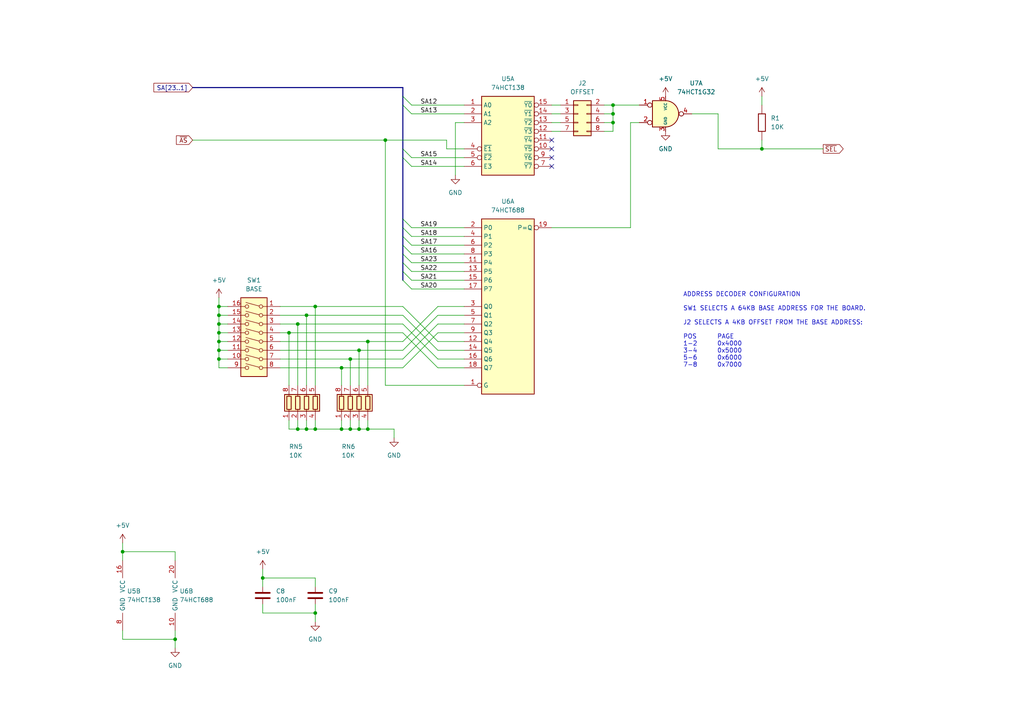
<source format=kicad_sch>
(kicad_sch (version 20230121) (generator eeschema)
  (paper "A4")
  (title_block (title "ADDRESS DECODING") (date "2024-02-20") (rev "1") (company "(C) TOM STOREY") (comment 1 "FREE FOR NON-COMMERCIAL USE"))
  (lib_symbols
    (symbol "COMET_symbols:74x138"
      (property "Reference" "U" (at 0 0 0))
      (property "Value" "74x138" (at 0 0 0))
      (symbol "74x138_1_1"
        (rectangle (start -7.62 10.16) (end 7.62 -12.7) (stroke (width 0.254)) (fill (type background)))
        (pin input line (at -12.7 7.62 0) (length 5.08) (name "A0") (number "1"))
        (pin output inverted (at 12.7 -5.08 180) (length 5.08) (name "~{Y5}") (number "10"))
        (pin output inverted (at 12.7 -2.54 180) (length 5.08) (name "~{Y4}") (number "11"))
        (pin output inverted (at 12.7 0 180) (length 5.08) (name "~{Y3}") (number "12"))
        (pin output inverted (at 12.7 2.54 180) (length 5.08) (name "~{Y2}") (number "13"))
        (pin output inverted (at 12.7 5.08 180) (length 5.08) (name "~{Y1}") (number "14"))
        (pin output inverted (at 12.7 7.62 180) (length 5.08) (name "~{Y0}") (number "15"))
        (pin input line (at -12.7 5.08 0) (length 5.08) (name "A1") (number "2"))
        (pin input line (at -12.7 2.54 0) (length 5.08) (name "A2") (number "3"))
        (pin input inverted (at -12.7 -5.08 0) (length 5.08) (name "~{E1}") (number "4"))
        (pin input inverted (at -12.7 -7.62 0) (length 5.08) (name "~{E2}") (number "5"))
        (pin input line (at -12.7 -10.16 0) (length 5.08) (name "E3") (number "6"))
        (pin output inverted (at 12.7 -10.16 180) (length 5.08) (name "~{Y7}") (number "7"))
        (pin output inverted (at 12.7 -7.62 180) (length 5.08) (name "~{Y6}") (number "9"))
      )
      (symbol "74x138_2_1"
        (pin power_in line (at 0 10.16 270) (length 5.08) (name "VCC") (number "16"))
        (pin power_in line (at 0 -10.16 90) (length 5.08) (name "GND") (number "8"))
      )
    )
    (symbol "COMET_symbols:74x1G32"
      (property "Reference" "U" (at 0 0 0))
      (property "Value" "74x1G32" (at 0 0 0))
      (symbol "74x1G32_1_1"
        (arc (start -3.5562 -3.81) (mid -2.3352 0) (end -3.5562 3.81) (stroke (width 0.254)))
        (arc (start -0.3558 -3.81) (mid 2.4393 -2.584) (end 4.0638 0) (stroke (width 0.254)) (fill (type background)))
        (polyline (pts (xy -3.5562 -3.81) (xy -0.3812 -3.81)) (stroke (width 0.254)) (fill (type background)))
        (polyline (pts (xy -3.5562 3.81) (xy -0.3812 3.81)) (stroke (width 0.254)) (fill (type background)))
        (polyline (pts (xy -0.3812 3.81) (xy -3.5562 3.81) (xy -3.5562 3.81) (xy -3.3022 3.4036) (xy -2.7688 2.2606) (xy -2.4386 1.0414) (xy -2.3624 -0.254) (xy -2.5148 -1.4986) (xy -2.9212 -2.7178) (xy -3.5562 -3.81) (xy -3.5562 -3.81) (xy -0.3812 -3.81)) (stroke (width -25.4)) (fill (type background)))
        (arc (start 4.0638 0) (mid 2.4466 2.5925) (end -0.3558 3.81) (stroke (width 0.254)) (fill (type background)))
        (pin input line (at -7.62 2.54 0) (length 4.6228) (name "~") (number "1"))
        (pin input line (at -7.62 -2.54 0) (length 4.6228) (name "~") (number "2"))
        (pin output line (at 7.62 0 180) (length 3.6068) (name "~") (number "4"))
      )
      (symbol "74x1G32_1_2"
        (arc (start 0 -3.81) (mid 3.7934 0) (end 0 3.81) (stroke (width 0.254)) (fill (type background)))
        (polyline (pts (xy 0 3.81) (xy -3.81 3.81) (xy -3.81 -3.81) (xy 0 -3.81)) (stroke (width 0.254)) (fill (type background)))
        (pin input inverted (at -7.62 2.54 0) (length 3.683) (name "~") (number "1"))
        (pin input inverted (at -7.62 -2.54 0) (length 3.683) (name "~") (number "2"))
        (pin output inverted (at 7.62 0 180) (length 3.683) (name "~") (number "4"))
      )
      (symbol "74x1G32_2_1"
        (pin power_in line (at 0 -5.08 90) (length 1.27) (name "GND") (number "3"))
        (pin power_in line (at 0 5.08 270) (length 1.27) (name "VCC") (number "5"))
      )
      (symbol "74x1G32_2_2"
        (pin power_in line (at 0 -5.08 90) (length 1.27) (name "GND") (number "3"))
        (pin power_in line (at 0 5.08 270) (length 1.27) (name "VCC") (number "5"))
      )
    )
    (symbol "COMET_symbols:74x688"
      (property "Reference" "U" (at 0 0 0))
      (property "Value" "74x688" (at 0 0 0))
      (symbol "74x688_1_0"
        (pin input inverted (at -12.7 -22.86 0) (length 5.08) (name "G") (number "1"))
        (pin input line (at -12.7 12.7 0) (length 5.08) (name "P4") (number "11"))
        (pin input line (at -12.7 -10.16 0) (length 5.08) (name "Q4") (number "12"))
        (pin input line (at -12.7 10.16 0) (length 5.08) (name "P5") (number "13"))
        (pin input line (at -12.7 -12.7 0) (length 5.08) (name "Q5") (number "14"))
        (pin input line (at -12.7 7.62 0) (length 5.08) (name "P6") (number "15"))
        (pin input line (at -12.7 -15.24 0) (length 5.08) (name "Q6") (number "16"))
        (pin input line (at -12.7 5.08 0) (length 5.08) (name "P7") (number "17"))
        (pin input line (at -12.7 -17.78 0) (length 5.08) (name "Q7") (number "18"))
        (pin output inverted (at 12.7 22.86 180) (length 5.08) (name "P=Q") (number "19"))
        (pin input line (at -12.7 22.86 0) (length 5.08) (name "P0") (number "2"))
        (pin input line (at -12.7 0 0) (length 5.08) (name "Q0") (number "3"))
        (pin input line (at -12.7 20.32 0) (length 5.08) (name "P1") (number "4"))
        (pin input line (at -12.7 -2.54 0) (length 5.08) (name "Q1") (number "5"))
        (pin input line (at -12.7 17.78 0) (length 5.08) (name "P2") (number "6"))
        (pin input line (at -12.7 -5.08 0) (length 5.08) (name "Q2") (number "7"))
        (pin input line (at -12.7 15.24 0) (length 5.08) (name "P3") (number "8"))
        (pin input line (at -12.7 -7.62 0) (length 5.08) (name "Q3") (number "9"))
      )
      (symbol "74x688_1_1"
        (rectangle (start -7.62 25.4) (end 7.62 -25.4) (stroke (width 0.254)) (fill (type background)))
      )
      (symbol "74x688_2_0"
        (pin power_in line (at 0 -10.16 90) (length 5.08) (name "GND") (number "10"))
        (pin power_in line (at 0 10.16 270) (length 5.08) (name "VCC") (number "20"))
      )
    )
    (symbol "COMET_symbols:C" (pin_numbers hide) (pin_names hide)
      (property "Reference" "C" (at 0 0 0))
      (property "Value" "C" (at 0 0 0))
      (symbol "C_0_1"
        (polyline (pts (xy -2.032 -0.762) (xy 2.032 -0.762)) (stroke (width 0.508)))
        (polyline (pts (xy -2.032 0.762) (xy 2.032 0.762)) (stroke (width 0.508)))
      )
      (symbol "C_1_1"
        (pin passive line (at 0 2.54 270) (length 1.524) (name "~") (number "1"))
        (pin passive line (at 0 -2.54 90) (length 1.524) (name "~") (number "2"))
      )
    )
    (symbol "COMET_symbols:R" (pin_numbers hide) (pin_names hide)
      (property "Reference" "R" (at 0 0 0))
      (property "Value" "R" (at 0 0 0))
      (symbol "R_0_1"
        (rectangle (start -1.016 -2.54) (end 1.016 2.54) (stroke (width 0.254)))
      )
      (symbol "R_1_1"
        (pin passive line (at 0 5.08 270) (length 2.54) (name "~") (number "1"))
        (pin passive line (at 0 -5.08 90) (length 2.54) (name "~") (number "2"))
      )
    )
    (symbol "Connector_Generic:Conn_02x04_Odd_Even" (pin_names (offset 1.016) hide)
      (property "Reference" "J" (at 1.27 5.08 0))
      (property "Value" "Conn_02x04_Odd_Even" (at 1.27 -7.62 0))
      (symbol "Conn_02x04_Odd_Even_1_1"
        (rectangle (start -1.27 -4.953) (end 0 -5.207) (stroke (width 0.1524)))
        (rectangle (start -1.27 -2.413) (end 0 -2.667) (stroke (width 0.1524)))
        (rectangle (start -1.27 0.127) (end 0 -0.127) (stroke (width 0.1524)))
        (rectangle (start -1.27 2.667) (end 0 2.413) (stroke (width 0.1524)))
        (rectangle (start -1.27 3.81) (end 3.81 -6.35) (stroke (width 0.254)) (fill (type background)))
        (rectangle (start 3.81 -4.953) (end 2.54 -5.207) (stroke (width 0.1524)))
        (rectangle (start 3.81 -2.413) (end 2.54 -2.667) (stroke (width 0.1524)))
        (rectangle (start 3.81 0.127) (end 2.54 -0.127) (stroke (width 0.1524)))
        (rectangle (start 3.81 2.667) (end 2.54 2.413) (stroke (width 0.1524)))
        (pin passive line (at -5.08 2.54 0) (length 3.81) (name "Pin_1") (number "1"))
        (pin passive line (at 7.62 2.54 180) (length 3.81) (name "Pin_2") (number "2"))
        (pin passive line (at -5.08 0 0) (length 3.81) (name "Pin_3") (number "3"))
        (pin passive line (at 7.62 0 180) (length 3.81) (name "Pin_4") (number "4"))
        (pin passive line (at -5.08 -2.54 0) (length 3.81) (name "Pin_5") (number "5"))
        (pin passive line (at 7.62 -2.54 180) (length 3.81) (name "Pin_6") (number "6"))
        (pin passive line (at -5.08 -5.08 0) (length 3.81) (name "Pin_7") (number "7"))
        (pin passive line (at 7.62 -5.08 180) (length 3.81) (name "Pin_8") (number "8"))
      )
    )
    (symbol "Device:R_Pack04" (pin_names (offset 0) hide)
      (property "Reference" "RN" (at -7.62 0 90))
      (property "Value" "R_Pack04" (at 5.08 0 90))
      (symbol "R_Pack04_0_1"
        (rectangle (start -6.35 -2.413) (end 3.81 2.413) (stroke (width 0.254)) (fill (type background)))
        (rectangle (start -5.715 1.905) (end -4.445 -1.905) (stroke (width 0.254)))
        (rectangle (start -3.175 1.905) (end -1.905 -1.905) (stroke (width 0.254)))
        (rectangle (start -0.635 1.905) (end 0.635 -1.905) (stroke (width 0.254)))
        (polyline (pts (xy -5.08 -2.54) (xy -5.08 -1.905)))
        (polyline (pts (xy -5.08 1.905) (xy -5.08 2.54)))
        (polyline (pts (xy -2.54 -2.54) (xy -2.54 -1.905)))
        (polyline (pts (xy -2.54 1.905) (xy -2.54 2.54)))
        (polyline (pts (xy 0 -2.54) (xy 0 -1.905)))
        (polyline (pts (xy 0 1.905) (xy 0 2.54)))
        (polyline (pts (xy 2.54 -2.54) (xy 2.54 -1.905)))
        (polyline (pts (xy 2.54 1.905) (xy 2.54 2.54)))
        (rectangle (start 1.905 1.905) (end 3.175 -1.905) (stroke (width 0.254)))
      )
      (symbol "R_Pack04_1_1"
        (pin passive line (at -5.08 -5.08 90) (length 2.54) (name "R1.1") (number "1"))
        (pin passive line (at -2.54 -5.08 90) (length 2.54) (name "R2.1") (number "2"))
        (pin passive line (at 0 -5.08 90) (length 2.54) (name "R3.1") (number "3"))
        (pin passive line (at 2.54 -5.08 90) (length 2.54) (name "R4.1") (number "4"))
        (pin passive line (at 2.54 5.08 270) (length 2.54) (name "R4.2") (number "5"))
        (pin passive line (at 0 5.08 270) (length 2.54) (name "R3.2") (number "6"))
        (pin passive line (at -2.54 5.08 270) (length 2.54) (name "R2.2") (number "7"))
        (pin passive line (at -5.08 5.08 270) (length 2.54) (name "R1.2") (number "8"))
      )
    )
    (symbol "Switch:SW_DIP_x08" (pin_names (offset 0) hide)
      (property "Reference" "SW" (at 0 13.97 0))
      (property "Value" "SW_DIP_x08" (at 0 -11.43 0))
      (symbol "SW_DIP_x08_0_0"
        (circle (center -2.032 -7.62) (radius 0.508))
        (circle (center -2.032 -5.08) (radius 0.508))
        (circle (center -2.032 -2.54) (radius 0.508))
        (circle (center -2.032 0) (radius 0.508))
        (circle (center -2.032 2.54) (radius 0.508))
        (circle (center -2.032 5.08) (radius 0.508))
        (circle (center -2.032 7.62) (radius 0.508))
        (circle (center -2.032 10.16) (radius 0.508))
        (polyline (pts (xy -1.524 -7.4676) (xy 2.3622 -6.4262)))
        (polyline (pts (xy -1.524 -4.9276) (xy 2.3622 -3.8862)))
        (polyline (pts (xy -1.524 -2.3876) (xy 2.3622 -1.3462)))
        (polyline (pts (xy -1.524 0.127) (xy 2.3622 1.1684)))
        (polyline (pts (xy -1.524 2.667) (xy 2.3622 3.7084)))
        (polyline (pts (xy -1.524 5.207) (xy 2.3622 6.2484)))
        (polyline (pts (xy -1.524 7.747) (xy 2.3622 8.7884)))
        (polyline (pts (xy -1.524 10.287) (xy 2.3622 11.3284)))
        (circle (center 2.032 -7.62) (radius 0.508))
        (circle (center 2.032 -5.08) (radius 0.508))
        (circle (center 2.032 -2.54) (radius 0.508))
        (circle (center 2.032 0) (radius 0.508))
        (circle (center 2.032 2.54) (radius 0.508))
        (circle (center 2.032 5.08) (radius 0.508))
        (circle (center 2.032 7.62) (radius 0.508))
        (circle (center 2.032 10.16) (radius 0.508))
      )
      (symbol "SW_DIP_x08_0_1"
        (rectangle (start -3.81 12.7) (end 3.81 -10.16) (stroke (width 0.254)) (fill (type background)))
      )
      (symbol "SW_DIP_x08_1_1"
        (pin passive line (at -7.62 10.16 0) (length 5.08) (name "~") (number "1"))
        (pin passive line (at 7.62 -5.08 180) (length 5.08) (name "~") (number "10"))
        (pin passive line (at 7.62 -2.54 180) (length 5.08) (name "~") (number "11"))
        (pin passive line (at 7.62 0 180) (length 5.08) (name "~") (number "12"))
        (pin passive line (at 7.62 2.54 180) (length 5.08) (name "~") (number "13"))
        (pin passive line (at 7.62 5.08 180) (length 5.08) (name "~") (number "14"))
        (pin passive line (at 7.62 7.62 180) (length 5.08) (name "~") (number "15"))
        (pin passive line (at 7.62 10.16 180) (length 5.08) (name "~") (number "16"))
        (pin passive line (at -7.62 7.62 0) (length 5.08) (name "~") (number "2"))
        (pin passive line (at -7.62 5.08 0) (length 5.08) (name "~") (number "3"))
        (pin passive line (at -7.62 2.54 0) (length 5.08) (name "~") (number "4"))
        (pin passive line (at -7.62 0 0) (length 5.08) (name "~") (number "5"))
        (pin passive line (at -7.62 -2.54 0) (length 5.08) (name "~") (number "6"))
        (pin passive line (at -7.62 -5.08 0) (length 5.08) (name "~") (number "7"))
        (pin passive line (at -7.62 -7.62 0) (length 5.08) (name "~") (number "8"))
        (pin passive line (at 7.62 -7.62 180) (length 5.08) (name "~") (number "9"))
      )
    )
    (symbol "power:+5V" (power) (pin_names (offset 0))
      (property "Value" "+5V" (at 0 3.556 0))
      (symbol "+5V_0_1"
        (polyline (pts (xy -0.762 1.27) (xy 0 2.54)))
        (polyline (pts (xy 0 0) (xy 0 2.54)))
        (polyline (pts (xy 0 2.54) (xy 0.762 1.27)))
      )
      (symbol "+5V_1_1"
        (pin power_in line (at 0 0 90) (length 0) hide (name "+5V") (number "1"))
      )
    )
    (symbol "power:GND" (power) (pin_names (offset 0))
      (property "Value" "GND" (at 0 -3.81 0))
      (symbol "GND_0_1"
        (polyline (pts (xy 0 0) (xy 0 -1.27) (xy 1.27 -1.27) (xy 0 -2.54) (xy -1.27 -1.27) (xy 0 -1.27)))
      )
      (symbol "GND_1_1"
        (pin power_in line (at 0 0 270) (length 0) hide (name "GND") (number "1"))
      )
    )
  )
  (junction (at 220.98 43.18))
  (junction (at 63.5 91.44))
  (junction (at 35.56 160.02))
  (junction (at 86.36 124.46))
  (junction (at 63.5 99.06))
  (junction (at 88.9 124.46))
  (junction (at 177.8 35.56))
  (junction (at 111.76 40.64))
  (junction (at 104.14 101.6))
  (junction (at 177.8 33.02))
  (junction (at 99.06 124.46))
  (junction (at 88.9 91.44))
  (junction (at 101.6 104.14))
  (junction (at 63.5 93.98))
  (junction (at 63.5 101.6))
  (junction (at 106.68 99.06))
  (junction (at 86.36 93.98))
  (junction (at 104.14 124.46))
  (junction (at 91.44 177.8))
  (junction (at 99.06 106.68))
  (junction (at 63.5 104.14))
  (junction (at 91.44 88.9))
  (junction (at 50.8 185.42))
  (junction (at 63.5 88.9))
  (junction (at 83.82 96.52))
  (junction (at 63.5 96.52))
  (junction (at 91.44 124.46))
  (junction (at 177.8 30.48))
  (junction (at 106.68 124.46))
  (junction (at 76.2 167.64))
  (junction (at 101.6 124.46))
  (no_connect (at 160.02 48.26))
  (no_connect (at 160.02 45.72))
  (no_connect (at 160.02 43.18))
  (no_connect (at 160.02 40.64))
  (bus_entry (at 116.84 71.12) (size 2.54 2.54))
  (bus_entry (at 116.84 27.94) (size 2.54 2.54))
  (bus_entry (at 116.84 76.2) (size 2.54 2.54))
  (bus_entry (at 116.84 43.18) (size 2.54 2.54))
  (bus_entry (at 116.84 66.04) (size 2.54 2.54))
  (bus_entry (at 116.84 45.72) (size 2.54 2.54))
  (bus_entry (at 116.84 68.58) (size 2.54 2.54))
  (bus_entry (at 116.84 30.48) (size 2.54 2.54))
  (bus_entry (at 116.84 63.5) (size 2.54 2.54))
  (bus_entry (at 116.84 81.28) (size 2.54 2.54))
  (bus_entry (at 116.84 78.74) (size 2.54 2.54))
  (bus_entry (at 116.84 73.66) (size 2.54 2.54))
  (wire (pts (xy 119.38 78.74) (xy 134.62 78.74)))
  (wire (pts (xy 162.56 38.1) (xy 160.02 38.1)))
  (wire (pts (xy 91.44 175.26) (xy 91.44 177.8)))
  (wire (pts (xy 88.9 91.44) (xy 88.9 111.76)))
  (wire (pts (xy 88.9 91.44) (xy 116.84 91.44)))
  (wire (pts (xy 63.5 88.9) (xy 63.5 86.36)))
  (wire (pts (xy 119.38 66.04) (xy 134.62 66.04)))
  (wire (pts (xy 220.98 27.94) (xy 220.98 30.48)))
  (wire (pts (xy 208.28 33.02) (xy 208.28 43.18)))
  (wire (pts (xy 177.8 35.56) (xy 177.8 33.02)))
  (bus (pts (xy 116.84 25.4) (xy 116.84 27.94)))
  (wire (pts (xy 63.5 104.14) (xy 63.5 101.6)))
  (wire (pts (xy 101.6 124.46) (xy 104.14 124.46)))
  (wire (pts (xy 116.84 91.44) (xy 127 101.6)))
  (wire (pts (xy 104.14 101.6) (xy 116.84 101.6)))
  (wire (pts (xy 66.04 88.9) (xy 63.5 88.9)))
  (wire (pts (xy 111.76 40.64) (xy 111.76 111.76)))
  (wire (pts (xy 104.14 124.46) (xy 106.68 124.46)))
  (wire (pts (xy 81.28 101.6) (xy 104.14 101.6)))
  (wire (pts (xy 50.8 182.88) (xy 50.8 185.42)))
  (wire (pts (xy 119.38 30.48) (xy 134.62 30.48)))
  (wire (pts (xy 175.26 35.56) (xy 177.8 35.56)))
  (bus (pts (xy 116.84 66.04) (xy 116.84 63.5)))
  (wire (pts (xy 127 101.6) (xy 134.62 101.6)))
  (wire (pts (xy 129.54 40.64) (xy 111.76 40.64)))
  (wire (pts (xy 66.04 96.52) (xy 63.5 96.52)))
  (wire (pts (xy 119.38 71.12) (xy 134.62 71.12)))
  (wire (pts (xy 106.68 99.06) (xy 116.84 99.06)))
  (wire (pts (xy 86.36 124.46) (xy 88.9 124.46)))
  (wire (pts (xy 91.44 167.64) (xy 91.44 170.18)))
  (wire (pts (xy 127 93.98) (xy 134.62 93.98)))
  (wire (pts (xy 220.98 40.64) (xy 220.98 43.18)))
  (wire (pts (xy 116.84 106.68) (xy 127 96.52)))
  (wire (pts (xy 162.56 30.48) (xy 160.02 30.48)))
  (wire (pts (xy 106.68 124.46) (xy 114.3 124.46)))
  (wire (pts (xy 104.14 101.6) (xy 104.14 111.76)))
  (wire (pts (xy 83.82 96.52) (xy 116.84 96.52)))
  (wire (pts (xy 116.84 93.98) (xy 127 104.14)))
  (wire (pts (xy 88.9 121.92) (xy 88.9 124.46)))
  (wire (pts (xy 76.2 177.8) (xy 91.44 177.8)))
  (bus (pts (xy 116.84 30.48) (xy 116.84 43.18)))
  (wire (pts (xy 99.06 106.68) (xy 99.06 111.76)))
  (wire (pts (xy 175.26 33.02) (xy 177.8 33.02)))
  (wire (pts (xy 50.8 185.42) (xy 50.8 187.96)))
  (wire (pts (xy 134.62 43.18) (xy 129.54 43.18)))
  (wire (pts (xy 129.54 43.18) (xy 129.54 40.64)))
  (wire (pts (xy 106.68 99.06) (xy 106.68 111.76)))
  (wire (pts (xy 81.28 96.52) (xy 83.82 96.52)))
  (wire (pts (xy 81.28 93.98) (xy 86.36 93.98)))
  (wire (pts (xy 91.44 121.92) (xy 91.44 124.46)))
  (wire (pts (xy 35.56 160.02) (xy 35.56 162.56)))
  (wire (pts (xy 66.04 101.6) (xy 63.5 101.6)))
  (wire (pts (xy 86.36 93.98) (xy 86.36 111.76)))
  (wire (pts (xy 50.8 160.02) (xy 50.8 162.56)))
  (wire (pts (xy 35.56 182.88) (xy 35.56 185.42)))
  (wire (pts (xy 119.38 76.2) (xy 134.62 76.2)))
  (wire (pts (xy 175.26 38.1) (xy 177.8 38.1)))
  (wire (pts (xy 86.36 93.98) (xy 116.84 93.98)))
  (wire (pts (xy 63.5 101.6) (xy 63.5 99.06)))
  (wire (pts (xy 63.5 106.68) (xy 63.5 104.14)))
  (wire (pts (xy 35.56 160.02) (xy 50.8 160.02)))
  (wire (pts (xy 119.38 83.82) (xy 134.62 83.82)))
  (wire (pts (xy 177.8 33.02) (xy 177.8 30.48)))
  (wire (pts (xy 132.08 35.56) (xy 134.62 35.56)))
  (wire (pts (xy 182.88 66.04) (xy 182.88 35.56)))
  (wire (pts (xy 127 88.9) (xy 134.62 88.9)))
  (wire (pts (xy 104.14 121.92) (xy 104.14 124.46)))
  (wire (pts (xy 66.04 93.98) (xy 63.5 93.98)))
  (wire (pts (xy 127 99.06) (xy 134.62 99.06)))
  (wire (pts (xy 91.44 177.8) (xy 91.44 180.34)))
  (wire (pts (xy 119.38 48.26) (xy 134.62 48.26)))
  (wire (pts (xy 81.28 104.14) (xy 101.6 104.14)))
  (wire (pts (xy 116.84 101.6) (xy 127 91.44)))
  (wire (pts (xy 119.38 45.72) (xy 134.62 45.72)))
  (wire (pts (xy 91.44 88.9) (xy 91.44 111.76)))
  (wire (pts (xy 81.28 88.9) (xy 91.44 88.9)))
  (wire (pts (xy 119.38 73.66) (xy 134.62 73.66)))
  (wire (pts (xy 177.8 35.56) (xy 177.8 38.1)))
  (bus (pts (xy 55.88 25.4) (xy 116.84 25.4)))
  (wire (pts (xy 160.02 66.04) (xy 182.88 66.04)))
  (bus (pts (xy 116.84 81.28) (xy 116.84 78.74)))
  (wire (pts (xy 88.9 124.46) (xy 91.44 124.46)))
  (wire (pts (xy 63.5 99.06) (xy 63.5 96.52)))
  (wire (pts (xy 63.5 91.44) (xy 63.5 88.9)))
  (wire (pts (xy 175.26 30.48) (xy 177.8 30.48)))
  (wire (pts (xy 116.84 96.52) (xy 127 106.68)))
  (wire (pts (xy 76.2 165.1) (xy 76.2 167.64)))
  (wire (pts (xy 86.36 121.92) (xy 86.36 124.46)))
  (wire (pts (xy 91.44 124.46) (xy 99.06 124.46)))
  (wire (pts (xy 106.68 121.92) (xy 106.68 124.46)))
  (wire (pts (xy 76.2 167.64) (xy 91.44 167.64)))
  (wire (pts (xy 182.88 35.56) (xy 185.42 35.56)))
  (wire (pts (xy 220.98 43.18) (xy 238.76 43.18)))
  (wire (pts (xy 35.56 185.42) (xy 50.8 185.42)))
  (wire (pts (xy 111.76 111.76) (xy 134.62 111.76)))
  (wire (pts (xy 81.28 99.06) (xy 106.68 99.06)))
  (bus (pts (xy 116.84 73.66) (xy 116.84 71.12)))
  (bus (pts (xy 116.84 30.48) (xy 116.84 27.94)))
  (wire (pts (xy 101.6 121.92) (xy 101.6 124.46)))
  (wire (pts (xy 132.08 50.8) (xy 132.08 35.56)))
  (bus (pts (xy 116.84 78.74) (xy 116.84 76.2)))
  (wire (pts (xy 63.5 96.52) (xy 63.5 93.98)))
  (bus (pts (xy 116.84 71.12) (xy 116.84 68.58)))
  (wire (pts (xy 81.28 91.44) (xy 88.9 91.44)))
  (wire (pts (xy 119.38 68.58) (xy 134.62 68.58)))
  (wire (pts (xy 200.66 33.02) (xy 208.28 33.02)))
  (wire (pts (xy 127 96.52) (xy 134.62 96.52)))
  (wire (pts (xy 177.8 30.48) (xy 185.42 30.48)))
  (wire (pts (xy 99.06 106.68) (xy 116.84 106.68)))
  (wire (pts (xy 116.84 104.14) (xy 127 93.98)))
  (bus (pts (xy 116.84 68.58) (xy 116.84 66.04)))
  (wire (pts (xy 35.56 157.48) (xy 35.56 160.02)))
  (wire (pts (xy 119.38 33.02) (xy 134.62 33.02)))
  (wire (pts (xy 162.56 33.02) (xy 160.02 33.02)))
  (wire (pts (xy 66.04 106.68) (xy 63.5 106.68)))
  (wire (pts (xy 91.44 88.9) (xy 116.84 88.9)))
  (wire (pts (xy 83.82 124.46) (xy 86.36 124.46)))
  (wire (pts (xy 162.56 35.56) (xy 160.02 35.56)))
  (wire (pts (xy 81.28 106.68) (xy 99.06 106.68)))
  (bus (pts (xy 116.84 45.72) (xy 116.84 63.5)))
  (wire (pts (xy 99.06 121.92) (xy 99.06 124.46)))
  (wire (pts (xy 101.6 104.14) (xy 116.84 104.14)))
  (wire (pts (xy 66.04 104.14) (xy 63.5 104.14)))
  (wire (pts (xy 99.06 124.46) (xy 101.6 124.46)))
  (wire (pts (xy 55.88 40.64) (xy 111.76 40.64)))
  (wire (pts (xy 66.04 99.06) (xy 63.5 99.06)))
  (wire (pts (xy 127 106.68) (xy 134.62 106.68)))
  (wire (pts (xy 208.28 43.18) (xy 220.98 43.18)))
  (wire (pts (xy 76.2 167.64) (xy 76.2 170.18)))
  (wire (pts (xy 119.38 81.28) (xy 134.62 81.28)))
  (wire (pts (xy 116.84 88.9) (xy 127 99.06)))
  (wire (pts (xy 83.82 96.52) (xy 83.82 111.76)))
  (wire (pts (xy 127 91.44) (xy 134.62 91.44)))
  (bus (pts (xy 116.84 76.2) (xy 116.84 73.66)))
  (wire (pts (xy 127 104.14) (xy 134.62 104.14)))
  (wire (pts (xy 66.04 91.44) (xy 63.5 91.44)))
  (bus (pts (xy 116.84 43.18) (xy 116.84 45.72)))
  (wire (pts (xy 83.82 121.92) (xy 83.82 124.46)))
  (wire (pts (xy 116.84 99.06) (xy 127 88.9)))
  (wire (pts (xy 101.6 104.14) (xy 101.6 111.76)))
  (wire (pts (xy 63.5 93.98) (xy 63.5 91.44)))
  (wire (pts (xy 114.3 124.46) (xy 114.3 127)))
  (wire (pts (xy 76.2 175.26) (xy 76.2 177.8)))
  (text "ADDRESS DECODER CONFIGURATION\n\nSW1 SELECTS A 64KB BASE ADDRESS FOR THE BOARD.\n\nJ2 SELECTS A 4KB OFFSET FROM THE BASE ADDRESS:\n\nPOS		PAGE\n1-2		0x4000\n3-4		0x5000\n5-6		0x6000\n7-8		0x7000" (at 198.12 106.68 0) (effects (font (size 1.27 1.27)) (justify left bottom)))
  (label "SA21" (at 121.92 81.28 0))
  (label "SA13" (at 121.92 33.02 0))
  (label "SA20" (at 121.92 83.82 0))
  (label "SA14" (at 121.92 48.26 0))
  (label "SA18" (at 121.92 68.58 0))
  (label "SA15" (at 121.92 45.72 0))
  (label "SA16" (at 121.92 73.66 0))
  (label "SA23" (at 121.92 76.2 0))
  (label "SA17" (at 121.92 71.12 0))
  (label "SA12" (at 121.92 30.48 0))
  (label "SA19" (at 121.92 66.04 0))
  (label "SA22" (at 121.92 78.74 0))
  (global_label "SA[23..1]" (shape input) (at 55.88 25.4 180) (property "Intersheetrefs" "${INTERSHEET_REFS}" (effects hide)))
  (global_label "~{SEL}" (shape output) (at 238.76 43.18 0) (property "Intersheetrefs" "${INTERSHEET_REFS}" (effects hide)))
  (global_label "~{AS}" (shape input) (at 55.88 40.64 180) (property "Intersheetrefs" "${INTERSHEET_REFS}" (effects hide)))
  (symbol (lib_id "power:+5V") (at 76.2 165.1 0) (unit 1)
    (property "Reference" "#PWR019" (effects hide))
    (property "Value" "+5V" (at 76.2 160.02 0))
    (instances (project "Printer_Interface" (path "" (reference "#PWR019") (unit 1))) (project "CF_Interface_v2" (path "" (reference "#PWR017") (unit 1))))
  )
  (symbol (lib_id "COMET_symbols:C") (at 76.2 172.72 0) (unit 1)
    (property "Reference" "C8" (at 80.01 171.4499 0) (effects (justify left)))
    (property "Value" "100nF" (at 80.01 173.9899 0) (effects (justify left)))
    (property "Footprint" "COMET_footprints:C_SMD0805" (effects hide))
  )
  (symbol (lib_id "COMET_symbols:74x1G32") (at 193.04 33.02 0) (unit 2)
    (property "Reference" "U7" (effects hide))
    (property "Value" "74HCT1G32" (effects hide))
    (property "Footprint" "COMET_footprints:Package_SOT23-5" (effects hide))
    (instances (project "Printer_Interface" (path "" (reference "U7") (unit 2))) (project "CF_Interface_v2" (path "" (reference "U6") (unit 2))))
  )
  (symbol (lib_id "power:GND") (at 114.3 127 0) (unit 1)
    (property "Reference" "#PWR021" (effects hide))
    (property "Value" "GND" (at 114.3 132.08 0))
  )
  (symbol (lib_id "Device:R_Pack04") (at 88.9 116.84 0) (unit 1)
    (property "Reference" "RN5" (at 83.82 129.54 0) (effects (justify left)))
    (property "Value" "10K" (at 83.82 132.08 0) (effects (justify left)))
    (property "Footprint" "Resistor_SMD:R_Cat16-4" (effects hide))
    (instances (project "Printer_Interface" (path "" (reference "RN5") (unit 1))) (project "CF_Interface_v2" (path "" (reference "RN1") (unit 1))))
  )
  (symbol (lib_id "COMET_symbols:74x688") (at 147.32 88.9 0) (unit 1)
    (property "Reference" "U6" (at 147.32 58.42 0))
    (property "Value" "74HCT688" (at 147.32 60.96 0))
    (property "Footprint" "COMET_footprints:Package_SO20W" (effects hide))
    (instances (project "Printer_Interface" (path "" (reference "U6") (unit 1))) (project "CF_Interface_v2" (path "" (reference "U5") (unit 1))))
  )
  (symbol (lib_id "power:GND") (at 50.8 187.96 0) (unit 1)
    (property "Reference" "#PWR017" (effects hide))
    (property "Value" "GND" (at 50.8 193.04 0))
    (instances (project "Printer_Interface" (path "" (reference "#PWR017") (unit 1))) (project "CF_Interface_v2" (path "" (reference "#PWR015") (unit 1))))
  )
  (symbol (lib_id "power:+5V") (at 220.98 27.94 0) (unit 1)
    (property "Reference" "#PWR025" (effects hide))
    (property "Value" "+5V" (at 220.98 22.86 0))
    (instances (project "Printer_Interface" (path "" (reference "#PWR025") (unit 1))) (project "CF_Interface_v2" (path "" (reference "#PWR024") (unit 1))))
  )
  (symbol (lib_id "COMET_symbols:C") (at 91.44 172.72 0) (unit 1)
    (property "Reference" "C9" (at 95.25 171.4499 0) (effects (justify left)))
    (property "Value" "100nF" (at 95.25 173.9899 0) (effects (justify left)))
    (property "Footprint" "COMET_footprints:C_SMD0805" (effects hide))
  )
  (symbol (lib_id "COMET_symbols:74x688") (at 50.8 172.72 0) (unit 2)
    (property "Reference" "U6" (at 52.07 171.4499 0) (effects (justify left)))
    (property "Value" "74HCT688" (at 52.07 173.9899 0) (effects (justify left)))
    (property "Footprint" "COMET_footprints:Package_SO20W" (effects hide))
    (instances (project "Printer_Interface" (path "" (reference "U6") (unit 2))) (project "CF_Interface_v2" (path "" (reference "U5") (unit 2))))
  )
  (symbol (lib_id "Device:R_Pack04") (at 104.14 116.84 0) (unit 1)
    (property "Reference" "RN6" (at 99.06 129.54 0) (effects (justify left)))
    (property "Value" "10K" (at 99.06 132.08 0) (effects (justify left)))
    (property "Footprint" "Resistor_SMD:R_Cat16-4" (effects hide))
    (instances (project "Printer_Interface" (path "" (reference "RN6") (unit 1))) (project "CF_Interface_v2" (path "" (reference "RN2") (unit 1))))
  )
  (symbol (lib_id "power:GND") (at 193.04 38.1 0) (unit 1)
    (property "Reference" "#PWR024" (effects hide))
    (property "Value" "GND" (at 193.04 43.18 0))
    (instances (project "Printer_Interface" (path "" (reference "#PWR024") (unit 1))) (project "CF_Interface_v2" (path "" (reference "#PWR023") (unit 1))))
  )
  (symbol (lib_id "COMET_symbols:74x138") (at 147.32 38.1 0) (unit 1)
    (property "Reference" "U5" (at 147.32 22.86 0))
    (property "Value" "74HCT138" (at 147.32 25.4 0))
    (property "Footprint" "COMET_footprints:Package_SO16" (effects hide))
    (instances (project "Printer_Interface" (path "" (reference "U5") (unit 1))) (project "CF_Interface_v2" (path "" (reference "U4") (unit 1))))
  )
  (symbol (lib_id "power:+5V") (at 35.56 157.48 0) (unit 1)
    (property "Reference" "#PWR016" (effects hide))
    (property "Value" "+5V" (at 35.56 152.4 0))
    (instances (project "Printer_Interface" (path "" (reference "#PWR016") (unit 1))) (project "CF_Interface_v2" (path "" (reference "#PWR014") (unit 1))))
  )
  (symbol (lib_id "power:+5V") (at 63.5 86.36 0) (unit 1)
    (property "Reference" "#PWR018" (effects hide))
    (property "Value" "+5V" (at 63.5 81.28 0))
    (instances (project "Printer_Interface" (path "" (reference "#PWR018") (unit 1))) (project "CF_Interface_v2" (path "" (reference "#PWR016") (unit 1))))
  )
  (symbol (lib_id "Connector_Generic:Conn_02x04_Odd_Even") (at 167.64 33.02 0) (unit 1)
    (property "Reference" "J2" (at 168.91 24.13 0))
    (property "Value" "OFFSET" (at 168.91 26.67 0))
    (property "Footprint" "Connector_PinHeader_2.54mm:PinHeader_2x04_P2.54mm_Vertical" (effects hide))
  )
  (symbol (lib_id "COMET_symbols:R") (at 220.98 35.56 0) (unit 1)
    (property "Reference" "R1" (at 223.52 34.2899 0) (effects (justify left)))
    (property "Value" "10K" (at 223.52 36.8299 0) (effects (justify left)))
    (property "Footprint" "COMET_footprints:R_SMD0805" (effects hide))
    (instances (project "Printer_Interface" (path "" (reference "R1") (unit 1))) (project "CF_Interface_v2" (path "" (reference "R2") (unit 1))))
  )
  (symbol (lib_id "power:GND") (at 132.08 50.8 0) (unit 1)
    (property "Reference" "#PWR022" (effects hide))
    (property "Value" "GND" (at 132.08 55.88 0))
    (instances (project "Printer_Interface" (path "" (reference "#PWR022") (unit 1))) (project "CF_Interface_v2" (path "" (reference "#PWR020") (unit 1))))
  )
  (symbol (lib_id "power:GND") (at 91.44 180.34 0) (unit 1)
    (property "Reference" "#PWR020" (effects hide))
    (property "Value" "GND" (at 91.44 185.42 0))
    (instances (project "Printer_Interface" (path "" (reference "#PWR020") (unit 1))) (project "CF_Interface_v2" (path "" (reference "#PWR018") (unit 1))))
  )
  (symbol (lib_id "COMET_symbols:74x138") (at 35.56 172.72 0) (unit 2)
    (property "Reference" "U5" (at 36.83 171.4499 0) (effects (justify left)))
    (property "Value" "74HCT138" (at 36.83 173.9899 0) (effects (justify left)))
    (property "Footprint" "COMET_footprints:Package_SO16" (effects hide))
    (instances (project "Printer_Interface" (path "" (reference "U5") (unit 2))) (project "CF_Interface_v2" (path "" (reference "U4") (unit 2))))
  )
  (symbol (lib_id "COMET_symbols:74x1G32") (at 193.04 33.02 0) (unit 1) (convert 2)
    (property "Reference" "U7" (at 201.93 24.13 0))
    (property "Value" "74HCT1G32" (at 201.93 26.67 0))
    (property "Footprint" "COMET_footprints:Package_SOT23-5" (effects hide))
    (instances (project "Printer_Interface" (path "" (reference "U7") (unit 1))) (project "CF_Interface_v2" (path "" (reference "U6") (unit 1))))
  )
  (symbol (lib_id "Switch:SW_DIP_x08") (at 73.66 99.06 0) (mirror y) (unit 1)
    (property "Reference" "SW1" (at 73.66 81.28 0))
    (property "Value" "BASE" (at 73.66 83.82 0))
    (property "Footprint" "Button_Switch_THT:SW_DIP_SPSTx08_Slide_9.78x22.5mm_W7.62mm_P2.54mm" (effects hide))
  )
  (symbol (lib_id "power:+5V") (at 193.04 27.94 0) (unit 1)
    (property "Reference" "#PWR023" (effects hide))
    (property "Value" "+5V" (at 193.04 22.86 0))
    (instances (project "Printer_Interface" (path "" (reference "#PWR023") (unit 1))) (project "CF_Interface_v2" (path "" (reference "#PWR022") (unit 1))))
  )
)
</source>
